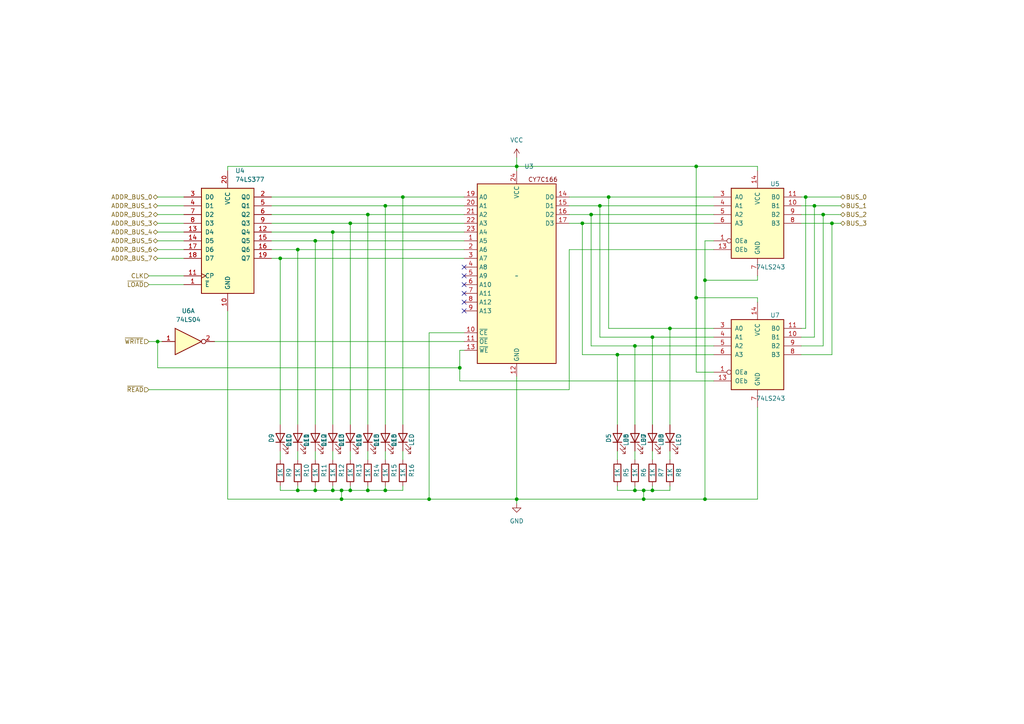
<source format=kicad_sch>
(kicad_sch (version 20230121) (generator eeschema)
  (paper "A4")
  (lib_symbols
    (symbol "74xx:74LS04"
      (property "Reference" "U" (at 0 1.27 0))
      (property "Value" "74LS04" (at 0 -1.27 0))
      (symbol "74LS04_1_0"
        (polyline (pts (xy -3.81 3.81) (xy -3.81 -3.81) (xy 3.81 0) (xy -3.81 3.81)) (stroke (width 0.254)) (fill (type background)))
        (pin input line (at -7.62 0 0) (length 3.81) (name "~") (number "1"))
        (pin output inverted (at 7.62 0 180) (length 3.81) (name "~") (number "2"))
      )
      (symbol "74LS04_2_0"
        (polyline (pts (xy -3.81 3.81) (xy -3.81 -3.81) (xy 3.81 0) (xy -3.81 3.81)) (stroke (width 0.254)) (fill (type background)))
        (pin input line (at -7.62 0 0) (length 3.81) (name "~") (number "3"))
        (pin output inverted (at 7.62 0 180) (length 3.81) (name "~") (number "4"))
      )
      (symbol "74LS04_3_0"
        (polyline (pts (xy -3.81 3.81) (xy -3.81 -3.81) (xy 3.81 0) (xy -3.81 3.81)) (stroke (width 0.254)) (fill (type background)))
        (pin input line (at -7.62 0 0) (length 3.81) (name "~") (number "5"))
        (pin output inverted (at 7.62 0 180) (length 3.81) (name "~") (number "6"))
      )
      (symbol "74LS04_4_0"
        (polyline (pts (xy -3.81 3.81) (xy -3.81 -3.81) (xy 3.81 0) (xy -3.81 3.81)) (stroke (width 0.254)) (fill (type background)))
        (pin output inverted (at 7.62 0 180) (length 3.81) (name "~") (number "8"))
        (pin input line (at -7.62 0 0) (length 3.81) (name "~") (number "9"))
      )
      (symbol "74LS04_5_0"
        (polyline (pts (xy -3.81 3.81) (xy -3.81 -3.81) (xy 3.81 0) (xy -3.81 3.81)) (stroke (width 0.254)) (fill (type background)))
        (pin output inverted (at 7.62 0 180) (length 3.81) (name "~") (number "10"))
        (pin input line (at -7.62 0 0) (length 3.81) (name "~") (number "11"))
      )
      (symbol "74LS04_6_0"
        (polyline (pts (xy -3.81 3.81) (xy -3.81 -3.81) (xy 3.81 0) (xy -3.81 3.81)) (stroke (width 0.254)) (fill (type background)))
        (pin output inverted (at 7.62 0 180) (length 3.81) (name "~") (number "12"))
        (pin input line (at -7.62 0 0) (length 3.81) (name "~") (number "13"))
      )
      (symbol "74LS04_7_0"
        (pin power_in line (at 0 12.7 270) (length 5.08) (name "VCC") (number "14"))
        (pin power_in line (at 0 -12.7 90) (length 5.08) (name "GND") (number "7"))
      )
      (symbol "74LS04_7_1"
        (rectangle (start -5.08 7.62) (end 5.08 -7.62) (stroke (width 0.254)) (fill (type background)))
      )
    )
    (symbol "74xx:74LS243" (pin_names (offset 1.016))
      (property "Reference" "U" (at -7.62 11.43 0))
      (property "Value" "74LS243" (at -7.62 -11.43 0))
      (symbol "74LS243_1_0"
        (pin input inverted (at -12.7 -5.08 0) (length 5.08) (name "OEa") (number "1"))
        (pin tri_state line (at 12.7 5.08 180) (length 5.08) (name "B1") (number "10"))
        (pin tri_state line (at 12.7 7.62 180) (length 5.08) (name "B0") (number "11"))
        (pin input line (at -12.7 -7.62 0) (length 5.08) (name "OEb") (number "13"))
        (pin power_in line (at 0 15.24 270) (length 5.08) (name "VCC") (number "14"))
        (pin input line (at -12.7 7.62 0) (length 5.08) (name "A0") (number "3"))
        (pin input line (at -12.7 5.08 0) (length 5.08) (name "A1") (number "4"))
        (pin input line (at -12.7 2.54 0) (length 5.08) (name "A2") (number "5"))
        (pin input line (at -12.7 0 0) (length 5.08) (name "A3") (number "6"))
        (pin power_in line (at 0 -15.24 90) (length 5.08) (name "GND") (number "7"))
        (pin tri_state line (at 12.7 0 180) (length 5.08) (name "B3") (number "8"))
        (pin tri_state line (at 12.7 2.54 180) (length 5.08) (name "B2") (number "9"))
      )
      (symbol "74LS243_1_1"
        (rectangle (start -7.62 10.16) (end 7.62 -10.16) (stroke (width 0.254)) (fill (type background)))
      )
    )
    (symbol "74xx:74LS377" (pin_names (offset 1.016))
      (property "Reference" "U" (at -7.62 16.51 0))
      (property "Value" "74LS377" (at -7.62 -16.51 0))
      (symbol "74LS377_1_0"
        (pin input line (at -12.7 -12.7 0) (length 5.08) (name "~{E}") (number "1"))
        (pin power_in line (at 0 -20.32 90) (length 5.08) (name "GND") (number "10"))
        (pin input clock (at -12.7 -10.16 0) (length 5.08) (name "CP") (number "11"))
        (pin output line (at 12.7 2.54 180) (length 5.08) (name "Q4") (number "12"))
        (pin input line (at -12.7 2.54 0) (length 5.08) (name "D4") (number "13"))
        (pin input line (at -12.7 0 0) (length 5.08) (name "D5") (number "14"))
        (pin output line (at 12.7 0 180) (length 5.08) (name "Q5") (number "15"))
        (pin output line (at 12.7 -2.54 180) (length 5.08) (name "Q6") (number "16"))
        (pin input line (at -12.7 -2.54 0) (length 5.08) (name "D6") (number "17"))
        (pin input line (at -12.7 -5.08 0) (length 5.08) (name "D7") (number "18"))
        (pin output line (at 12.7 -5.08 180) (length 5.08) (name "Q7") (number "19"))
        (pin output line (at 12.7 12.7 180) (length 5.08) (name "Q0") (number "2"))
        (pin power_in line (at 0 20.32 270) (length 5.08) (name "VCC") (number "20"))
        (pin input line (at -12.7 12.7 0) (length 5.08) (name "D0") (number "3"))
        (pin input line (at -12.7 10.16 0) (length 5.08) (name "D1") (number "4"))
        (pin output line (at 12.7 10.16 180) (length 5.08) (name "Q1") (number "5"))
        (pin output line (at 12.7 7.62 180) (length 5.08) (name "Q2") (number "6"))
        (pin input line (at -12.7 7.62 0) (length 5.08) (name "D2") (number "7"))
        (pin input line (at -12.7 5.08 0) (length 5.08) (name "D3") (number "8"))
        (pin output line (at 12.7 5.08 180) (length 5.08) (name "Q3") (number "9"))
      )
      (symbol "74LS377_1_1"
        (rectangle (start -7.62 15.24) (end 7.62 -15.24) (stroke (width 0.254)) (fill (type background)))
      )
    )
    (symbol "Chips:CY7C166"
      (property "Reference" "U" (at -10.16 27.94 0))
      (symbol "CY7C166_0_1"
        (rectangle (start -11.43 26.67) (end 11.43 -25.4) (stroke (width 0.254)) (fill (type background)))
      )
      (symbol "CY7C166_1_0"
        (pin power_in line (at 0 -29.21 90) (length 3.81) (name "GND") (number "12"))
        (pin power_in line (at 0 30.48 270) (length 3.81) (name "VCC") (number "24"))
      )
      (symbol "CY7C166_1_1"
        (text "CY7C166\n" (at 7.62 27.94 0) (effects (font (size 1.27 1.27))))
        (pin input line (at -15.24 10.16 0) (length 3.81) (name "A5") (number "1"))
        (pin input line (at -15.24 -16.51 0) (length 3.81) (name "~{CE}") (number "10"))
        (pin input line (at -15.24 -19.05 0) (length 3.81) (name "~{OE}") (number "11"))
        (pin input line (at -15.24 -21.59 0) (length 3.81) (name "~{WE}") (number "13"))
        (pin tri_state line (at 15.24 22.86 180) (length 3.81) (name "D0") (number "14"))
        (pin tri_state line (at 15.24 20.32 180) (length 3.81) (name "D1") (number "15"))
        (pin tri_state line (at 15.24 17.78 180) (length 3.81) (name "D2") (number "16"))
        (pin tri_state line (at 15.24 15.24 180) (length 3.81) (name "D3") (number "17"))
        (pin input line (at -15.24 22.86 0) (length 3.81) (name "A0") (number "19"))
        (pin input line (at -15.24 7.62 0) (length 3.81) (name "A6") (number "2"))
        (pin input line (at -15.24 20.32 0) (length 3.81) (name "A1") (number "20"))
        (pin input line (at -15.24 17.78 0) (length 3.81) (name "A2") (number "21"))
        (pin input line (at -15.24 15.24 0) (length 3.81) (name "A3") (number "22"))
        (pin input line (at -15.24 12.7 0) (length 3.81) (name "A4") (number "23"))
        (pin input line (at -15.24 5.08 0) (length 3.81) (name "A7") (number "3"))
        (pin input line (at -15.24 2.54 0) (length 3.81) (name "A8") (number "4"))
        (pin input line (at -15.24 0 0) (length 3.81) (name "A9") (number "5"))
        (pin input line (at -15.24 -2.54 0) (length 3.81) (name "A10") (number "6"))
        (pin input line (at -15.24 -5.08 0) (length 3.81) (name "A11") (number "7"))
        (pin input line (at -15.24 -7.62 0) (length 3.81) (name "A12") (number "8"))
        (pin input line (at -15.24 -10.16 0) (length 3.81) (name "A13") (number "9"))
      )
    )
    (symbol "Device:LED" (pin_numbers hide) (pin_names (offset 1.016) hide)
      (property "Reference" "D" (at 0 2.54 0))
      (property "Value" "LED" (at 0 -2.54 0))
      (symbol "LED_0_1"
        (polyline (pts (xy -1.27 -1.27) (xy -1.27 1.27)) (stroke (width 0.254)))
        (polyline (pts (xy -1.27 0) (xy 1.27 0)))
        (polyline (pts (xy 1.27 -1.27) (xy 1.27 1.27) (xy -1.27 0) (xy 1.27 -1.27)) (stroke (width 0.254)))
        (polyline (pts (xy -3.048 -0.762) (xy -4.572 -2.286) (xy -3.81 -2.286) (xy -4.572 -2.286) (xy -4.572 -1.524)))
        (polyline (pts (xy -1.778 -0.762) (xy -3.302 -2.286) (xy -2.54 -2.286) (xy -3.302 -2.286) (xy -3.302 -1.524)))
      )
      (symbol "LED_1_1"
        (pin passive line (at -3.81 0 0) (length 2.54) (name "K") (number "1"))
        (pin passive line (at 3.81 0 180) (length 2.54) (name "A") (number "2"))
      )
    )
    (symbol "Device:R" (pin_numbers hide) (pin_names (offset 0))
      (property "Reference" "R" (at 2.032 0 90))
      (property "Value" "R" (at 0 0 90))
      (symbol "R_0_1"
        (rectangle (start -1.016 -2.54) (end 1.016 2.54) (stroke (width 0.254)))
      )
      (symbol "R_1_1"
        (pin passive line (at 0 3.81 270) (length 1.27) (name "~") (number "1"))
        (pin passive line (at 0 -3.81 90) (length 1.27) (name "~") (number "2"))
      )
    )
    (symbol "power:GND" (power) (pin_names (offset 0))
      (property "Value" "GND" (at 0 -3.81 0))
      (symbol "GND_0_1"
        (polyline (pts (xy 0 0) (xy 0 -1.27) (xy 1.27 -1.27) (xy 0 -2.54) (xy -1.27 -1.27) (xy 0 -1.27)))
      )
      (symbol "GND_1_1"
        (pin power_in line (at 0 0 270) (length 0) hide (name "GND") (number "1"))
      )
    )
    (symbol "power:VCC" (power) (pin_names (offset 0))
      (property "Value" "VCC" (at 0 3.81 0))
      (symbol "VCC_0_1"
        (polyline (pts (xy -0.762 1.27) (xy 0 2.54)))
        (polyline (pts (xy 0 0) (xy 0 2.54)))
        (polyline (pts (xy 0 2.54) (xy 0.762 1.27)))
      )
      (symbol "VCC_1_1"
        (pin power_in line (at 0 0 90) (length 0) hide (name "VCC") (number "1"))
      )
    )
  )
  (junction (at 99.06 144.78))
  (junction (at 91.44 142.24))
  (junction (at 176.53 57.15))
  (junction (at 194.31 95.25))
  (junction (at 86.36 72.39))
  (junction (at 96.52 67.31))
  (junction (at 149.86 144.78))
  (junction (at 238.76 62.23))
  (junction (at 184.15 100.33))
  (junction (at 168.91 64.77))
  (junction (at 189.23 142.24))
  (junction (at 241.3 64.77))
  (junction (at 111.76 142.24))
  (junction (at 186.69 142.24))
  (junction (at 111.76 59.69))
  (junction (at 189.23 97.79))
  (junction (at 204.47 81.28))
  (junction (at 106.68 142.24))
  (junction (at 96.52 142.24))
  (junction (at 173.99 59.69))
  (junction (at 204.47 144.78))
  (junction (at 171.45 62.23))
  (junction (at 184.15 142.24))
  (junction (at 91.44 69.85))
  (junction (at 133.35 106.68))
  (junction (at 116.84 57.15))
  (junction (at 149.86 48.26))
  (junction (at 99.06 142.24))
  (junction (at 236.22 59.69))
  (junction (at 86.36 142.24))
  (junction (at 201.93 48.26))
  (junction (at 124.46 144.78))
  (junction (at 45.72 99.06))
  (junction (at 101.6 142.24))
  (junction (at 179.07 102.87))
  (junction (at 81.28 74.93))
  (junction (at 186.69 144.78))
  (junction (at 201.93 86.36))
  (junction (at 233.68 57.15))
  (junction (at 101.6 64.77))
  (junction (at 106.68 62.23))
  (no_connect (at 134.62 87.63))
  (no_connect (at 134.62 80.01))
  (no_connect (at 134.62 85.09))
  (no_connect (at 134.62 77.47))
  (no_connect (at 134.62 82.55))
  (no_connect (at 134.62 90.17))
  (wire (pts (xy 91.44 142.24) (xy 96.52 142.24)))
  (wire (pts (xy 134.62 96.52) (xy 124.46 96.52)))
  (wire (pts (xy 168.91 64.77) (xy 207.01 64.77)))
  (wire (pts (xy 232.41 59.69) (xy 236.22 59.69)))
  (wire (pts (xy 176.53 95.25) (xy 194.31 95.25)))
  (wire (pts (xy 124.46 96.52) (xy 124.46 144.78)))
  (wire (pts (xy 96.52 142.24) (xy 99.06 142.24)))
  (wire (pts (xy 106.68 140.97) (xy 106.68 142.24)))
  (wire (pts (xy 204.47 81.28) (xy 219.71 81.28)))
  (wire (pts (xy 45.72 67.31) (xy 53.34 67.31)))
  (wire (pts (xy 194.31 95.25) (xy 207.01 95.25)))
  (wire (pts (xy 62.23 99.06) (xy 134.62 99.06)))
  (wire (pts (xy 194.31 130.81) (xy 194.31 133.35)))
  (wire (pts (xy 186.69 142.24) (xy 186.69 144.78)))
  (wire (pts (xy 232.41 102.87) (xy 241.3 102.87)))
  (wire (pts (xy 233.68 57.15) (xy 243.84 57.15)))
  (wire (pts (xy 78.74 62.23) (xy 106.68 62.23)))
  (wire (pts (xy 78.74 57.15) (xy 116.84 57.15)))
  (wire (pts (xy 91.44 123.19) (xy 91.44 69.85)))
  (wire (pts (xy 96.52 140.97) (xy 96.52 142.24)))
  (wire (pts (xy 96.52 123.19) (xy 96.52 67.31)))
  (wire (pts (xy 66.04 48.26) (xy 66.04 49.53)))
  (wire (pts (xy 236.22 97.79) (xy 236.22 59.69)))
  (wire (pts (xy 149.86 45.72) (xy 149.86 48.26)))
  (wire (pts (xy 116.84 123.19) (xy 116.84 57.15)))
  (wire (pts (xy 207.01 69.85) (xy 204.47 69.85)))
  (wire (pts (xy 45.72 74.93) (xy 53.34 74.93)))
  (wire (pts (xy 201.93 86.36) (xy 219.71 86.36)))
  (wire (pts (xy 43.18 80.01) (xy 53.34 80.01)))
  (wire (pts (xy 78.74 72.39) (xy 86.36 72.39)))
  (wire (pts (xy 179.07 140.97) (xy 179.07 142.24)))
  (wire (pts (xy 86.36 140.97) (xy 86.36 142.24)))
  (wire (pts (xy 133.35 110.49) (xy 133.35 106.68)))
  (wire (pts (xy 204.47 69.85) (xy 204.47 81.28)))
  (wire (pts (xy 207.01 107.95) (xy 201.93 107.95)))
  (wire (pts (xy 232.41 62.23) (xy 238.76 62.23)))
  (wire (pts (xy 101.6 123.19) (xy 101.6 64.77)))
  (wire (pts (xy 45.72 57.15) (xy 53.34 57.15)))
  (wire (pts (xy 86.36 142.24) (xy 91.44 142.24)))
  (wire (pts (xy 99.06 142.24) (xy 99.06 144.78)))
  (wire (pts (xy 184.15 130.81) (xy 184.15 133.35)))
  (wire (pts (xy 45.72 62.23) (xy 53.34 62.23)))
  (wire (pts (xy 189.23 130.81) (xy 189.23 133.35)))
  (wire (pts (xy 78.74 69.85) (xy 91.44 69.85)))
  (wire (pts (xy 232.41 97.79) (xy 236.22 97.79)))
  (wire (pts (xy 149.86 144.78) (xy 186.69 144.78)))
  (wire (pts (xy 45.72 72.39) (xy 53.34 72.39)))
  (wire (pts (xy 233.68 95.25) (xy 232.41 95.25)))
  (wire (pts (xy 111.76 142.24) (xy 116.84 142.24)))
  (wire (pts (xy 101.6 140.97) (xy 101.6 142.24)))
  (wire (pts (xy 99.06 142.24) (xy 101.6 142.24)))
  (wire (pts (xy 149.86 48.26) (xy 201.93 48.26)))
  (wire (pts (xy 189.23 142.24) (xy 194.31 142.24)))
  (wire (pts (xy 184.15 142.24) (xy 186.69 142.24)))
  (wire (pts (xy 101.6 142.24) (xy 106.68 142.24)))
  (wire (pts (xy 207.01 62.23) (xy 171.45 62.23)))
  (wire (pts (xy 171.45 100.33) (xy 184.15 100.33)))
  (wire (pts (xy 81.28 130.81) (xy 81.28 133.35)))
  (wire (pts (xy 116.84 57.15) (xy 134.62 57.15)))
  (wire (pts (xy 184.15 140.97) (xy 184.15 142.24)))
  (wire (pts (xy 236.22 59.69) (xy 243.84 59.69)))
  (wire (pts (xy 91.44 140.97) (xy 91.44 142.24)))
  (wire (pts (xy 184.15 123.19) (xy 184.15 100.33)))
  (wire (pts (xy 106.68 123.19) (xy 106.68 62.23)))
  (wire (pts (xy 78.74 64.77) (xy 101.6 64.77)))
  (wire (pts (xy 45.72 64.77) (xy 53.34 64.77)))
  (wire (pts (xy 96.52 130.81) (xy 96.52 133.35)))
  (wire (pts (xy 165.1 64.77) (xy 168.91 64.77)))
  (wire (pts (xy 189.23 123.19) (xy 189.23 97.79)))
  (wire (pts (xy 91.44 69.85) (xy 134.62 69.85)))
  (wire (pts (xy 45.72 99.06) (xy 45.72 106.68)))
  (wire (pts (xy 81.28 142.24) (xy 86.36 142.24)))
  (wire (pts (xy 116.84 130.81) (xy 116.84 133.35)))
  (wire (pts (xy 81.28 140.97) (xy 81.28 142.24)))
  (wire (pts (xy 165.1 72.39) (xy 165.1 113.03)))
  (wire (pts (xy 232.41 57.15) (xy 233.68 57.15)))
  (wire (pts (xy 204.47 144.78) (xy 219.71 144.78)))
  (wire (pts (xy 111.76 130.81) (xy 111.76 133.35)))
  (wire (pts (xy 189.23 140.97) (xy 189.23 142.24)))
  (wire (pts (xy 201.93 48.26) (xy 201.93 86.36)))
  (wire (pts (xy 179.07 142.24) (xy 184.15 142.24)))
  (wire (pts (xy 186.69 144.78) (xy 204.47 144.78)))
  (wire (pts (xy 219.71 48.26) (xy 219.71 49.53)))
  (wire (pts (xy 45.72 106.68) (xy 133.35 106.68)))
  (wire (pts (xy 241.3 102.87) (xy 241.3 64.77)))
  (wire (pts (xy 232.41 64.77) (xy 241.3 64.77)))
  (wire (pts (xy 101.6 64.77) (xy 134.62 64.77)))
  (wire (pts (xy 78.74 74.93) (xy 81.28 74.93)))
  (wire (pts (xy 149.86 144.78) (xy 149.86 146.05)))
  (wire (pts (xy 173.99 97.79) (xy 189.23 97.79)))
  (wire (pts (xy 45.72 59.69) (xy 53.34 59.69)))
  (wire (pts (xy 201.93 107.95) (xy 201.93 86.36)))
  (wire (pts (xy 173.99 97.79) (xy 173.99 59.69)))
  (wire (pts (xy 133.35 106.68) (xy 133.35 101.6)))
  (wire (pts (xy 207.01 110.49) (xy 133.35 110.49)))
  (wire (pts (xy 43.18 82.55) (xy 53.34 82.55)))
  (wire (pts (xy 194.31 95.25) (xy 194.31 123.19)))
  (wire (pts (xy 179.07 130.81) (xy 179.07 133.35)))
  (wire (pts (xy 81.28 74.93) (xy 134.62 74.93)))
  (wire (pts (xy 176.53 57.15) (xy 176.53 95.25)))
  (wire (pts (xy 189.23 97.79) (xy 207.01 97.79)))
  (wire (pts (xy 168.91 102.87) (xy 168.91 64.77)))
  (wire (pts (xy 99.06 144.78) (xy 66.04 144.78)))
  (wire (pts (xy 238.76 62.23) (xy 238.76 100.33)))
  (wire (pts (xy 219.71 118.11) (xy 219.71 144.78)))
  (wire (pts (xy 111.76 123.19) (xy 111.76 59.69)))
  (wire (pts (xy 46.99 99.06) (xy 45.72 99.06)))
  (wire (pts (xy 194.31 142.24) (xy 194.31 140.97)))
  (wire (pts (xy 238.76 100.33) (xy 232.41 100.33)))
  (wire (pts (xy 219.71 86.36) (xy 219.71 87.63)))
  (wire (pts (xy 204.47 81.28) (xy 204.47 144.78)))
  (wire (pts (xy 124.46 144.78) (xy 99.06 144.78)))
  (wire (pts (xy 165.1 57.15) (xy 176.53 57.15)))
  (wire (pts (xy 111.76 59.69) (xy 134.62 59.69)))
  (wire (pts (xy 101.6 130.81) (xy 101.6 133.35)))
  (wire (pts (xy 81.28 123.19) (xy 81.28 74.93)))
  (wire (pts (xy 186.69 142.24) (xy 189.23 142.24)))
  (wire (pts (xy 238.76 62.23) (xy 243.84 62.23)))
  (wire (pts (xy 233.68 57.15) (xy 233.68 95.25)))
  (wire (pts (xy 43.18 113.03) (xy 165.1 113.03)))
  (wire (pts (xy 207.01 72.39) (xy 165.1 72.39)))
  (wire (pts (xy 184.15 100.33) (xy 207.01 100.33)))
  (wire (pts (xy 78.74 67.31) (xy 96.52 67.31)))
  (wire (pts (xy 201.93 48.26) (xy 219.71 48.26)))
  (wire (pts (xy 171.45 62.23) (xy 171.45 100.33)))
  (wire (pts (xy 45.72 69.85) (xy 53.34 69.85)))
  (wire (pts (xy 165.1 59.69) (xy 173.99 59.69)))
  (wire (pts (xy 78.74 59.69) (xy 111.76 59.69)))
  (wire (pts (xy 173.99 59.69) (xy 207.01 59.69)))
  (wire (pts (xy 165.1 62.23) (xy 171.45 62.23)))
  (wire (pts (xy 179.07 102.87) (xy 179.07 123.19)))
  (wire (pts (xy 116.84 142.24) (xy 116.84 140.97)))
  (wire (pts (xy 91.44 130.81) (xy 91.44 133.35)))
  (wire (pts (xy 86.36 72.39) (xy 86.36 123.19)))
  (wire (pts (xy 43.18 99.06) (xy 45.72 99.06)))
  (wire (pts (xy 149.86 48.26) (xy 66.04 48.26)))
  (wire (pts (xy 106.68 142.24) (xy 111.76 142.24)))
  (wire (pts (xy 106.68 62.23) (xy 134.62 62.23)))
  (wire (pts (xy 207.01 102.87) (xy 179.07 102.87)))
  (wire (pts (xy 66.04 144.78) (xy 66.04 90.17)))
  (wire (pts (xy 241.3 64.77) (xy 243.84 64.77)))
  (wire (pts (xy 111.76 140.97) (xy 111.76 142.24)))
  (wire (pts (xy 207.01 57.15) (xy 176.53 57.15)))
  (wire (pts (xy 133.35 101.6) (xy 134.62 101.6)))
  (wire (pts (xy 149.86 48.26) (xy 149.86 49.53)))
  (wire (pts (xy 86.36 130.81) (xy 86.36 133.35)))
  (wire (pts (xy 179.07 102.87) (xy 168.91 102.87)))
  (wire (pts (xy 149.86 109.22) (xy 149.86 144.78)))
  (wire (pts (xy 86.36 72.39) (xy 134.62 72.39)))
  (wire (pts (xy 96.52 67.31) (xy 134.62 67.31)))
  (wire (pts (xy 124.46 144.78) (xy 149.86 144.78)))
  (wire (pts (xy 106.68 130.81) (xy 106.68 133.35)))
  (wire (pts (xy 219.71 81.28) (xy 219.71 80.01)))
  (hierarchical_label "BUS_0" (shape bidirectional) (at 243.84 57.15 0))
  (hierarchical_label "ADDR_BUS_7" (shape bidirectional) (at 45.72 74.93 180))
  (hierarchical_label "BUS_1" (shape bidirectional) (at 243.84 59.69 0))
  (hierarchical_label "ADDR_BUS_1" (shape bidirectional) (at 45.72 59.69 180))
  (hierarchical_label "ADDR_BUS_2" (shape bidirectional) (at 45.72 62.23 180))
  (hierarchical_label "BUS_2" (shape bidirectional) (at 243.84 62.23 0))
  (hierarchical_label "ADDR_BUS_0" (shape bidirectional) (at 45.72 57.15 180))
  (hierarchical_label "ADDR_BUS_3" (shape bidirectional) (at 45.72 64.77 180))
  (hierarchical_label "~{WRITE}" (shape input) (at 43.18 99.06 180))
  (hierarchical_label "ADDR_BUS_5" (shape bidirectional) (at 45.72 69.85 180))
  (hierarchical_label "CLK" (shape input) (at 43.18 80.01 180))
  (hierarchical_label "ADDR_BUS_4" (shape bidirectional) (at 45.72 67.31 180))
  (hierarchical_label "~{READ}" (shape input) (at 43.18 113.03 180))
  (hierarchical_label "BUS_3" (shape bidirectional) (at 243.84 64.77 0))
  (hierarchical_label "ADDR_BUS_6" (shape bidirectional) (at 45.72 72.39 180))
  (hierarchical_label "~{LOAD}" (shape input) (at 43.18 82.55 180))
  (symbol (lib_id "Device:R") (at 194.31 137.16 0) (unit 1)
    (property "Reference" "R8" (at 196.85 138.43 90) (effects (justify left)))
    (property "Value" "1K" (at 194.31 138.43 90) (effects (justify left)))
  )
  (symbol (lib_id "Device:LED") (at 194.31 127 90) (unit 1)
    (property "Reference" "D8" (at 191.77 125.73 0) (effects (justify right)))
    (property "Value" "LED" (at 196.85 125.73 0) (effects (justify right)))
  )
  (symbol (lib_id "74xx:74LS04") (at 54.61 99.06 0) (unit 1)
    (property "Reference" "U6" (at 54.61 90.17 0))
    (property "Value" "74LS04" (at 54.61 92.71 0))
    (property "Datasheet" "http://www.ti.com/lit/gpn/sn74LS04" (effects hide))
  )
  (symbol (lib_id "Device:R") (at 106.68 137.16 0) (unit 1)
    (property "Reference" "R14" (at 109.22 138.43 90) (effects (justify left)))
    (property "Value" "1K" (at 106.68 138.43 90) (effects (justify left)))
  )
  (symbol (lib_id "Device:LED") (at 81.28 127 90) (unit 1)
    (property "Reference" "D9" (at 78.74 125.73 0) (effects (justify right)))
    (property "Value" "LED" (at 83.82 125.73 0) (effects (justify right)))
  )
  (symbol (lib_id "74xx:74LS377") (at 66.04 69.85 0) (unit 1)
    (property "Reference" "U4" (at 68.2341 49.53 0) (effects (justify left)))
    (property "Value" "74LS377" (at 68.2341 52.07 0) (effects (justify left)))
    (property "Datasheet" "http://www.ti.com/lit/gpn/sn74LS377" (effects hide))
  )
  (symbol (lib_id "power:GND") (at 149.86 146.05 0) (unit 1)
    (property "Reference" "#PWR04" (effects hide))
    (property "Value" "GND" (at 149.86 151.13 0))
  )
  (symbol (lib_id "Device:R") (at 91.44 137.16 0) (unit 1)
    (property "Reference" "R11" (at 93.98 138.43 90) (effects (justify left)))
    (property "Value" "1K" (at 91.44 138.43 90) (effects (justify left)))
  )
  (symbol (lib_id "Device:LED") (at 116.84 127 90) (unit 1)
    (property "Reference" "D16" (at 114.3 125.73 0) (effects (justify right)))
    (property "Value" "LED" (at 119.38 125.73 0) (effects (justify right)))
  )
  (symbol (lib_id "Device:LED") (at 91.44 127 90) (unit 1)
    (property "Reference" "D11" (at 88.9 125.73 0) (effects (justify right)))
    (property "Value" "LED" (at 93.98 125.73 0) (effects (justify right)))
  )
  (symbol (lib_id "Chips:CY7C166") (at 149.86 80.01 0) (unit 1)
    (property "Reference" "U3" (at 152.0541 48.26 0) (effects (justify left)))
    (property "Value" "~" (at 149.86 80.01 0))
  )
  (symbol (lib_id "Device:R") (at 101.6 137.16 0) (unit 1)
    (property "Reference" "R13" (at 104.14 138.43 90) (effects (justify left)))
    (property "Value" "1K" (at 101.6 138.43 90) (effects (justify left)))
  )
  (symbol (lib_id "Device:LED") (at 86.36 127 90) (unit 1)
    (property "Reference" "D10" (at 83.82 125.73 0) (effects (justify right)))
    (property "Value" "LED" (at 88.9 125.73 0) (effects (justify right)))
  )
  (symbol (lib_id "power:VCC") (at 149.86 45.72 0) (unit 1)
    (property "Reference" "#PWR03" (effects hide))
    (property "Value" "VCC" (at 149.86 40.64 0))
  )
  (symbol (lib_id "Device:R") (at 179.07 137.16 0) (unit 1)
    (property "Reference" "R5" (at 181.61 138.43 90) (effects (justify left)))
    (property "Value" "1K" (at 179.07 138.43 90) (effects (justify left)))
  )
  (symbol (lib_id "Device:R") (at 184.15 137.16 0) (unit 1)
    (property "Reference" "R6" (at 186.69 138.43 90) (effects (justify left)))
    (property "Value" "1K" (at 184.15 138.43 90) (effects (justify left)))
  )
  (symbol (lib_id "Device:R") (at 116.84 137.16 0) (unit 1)
    (property "Reference" "R16" (at 119.38 138.43 90) (effects (justify left)))
    (property "Value" "1K" (at 116.84 138.43 90) (effects (justify left)))
  )
  (symbol (lib_id "74xx:74LS243") (at 219.71 102.87 0) (unit 1)
    (property "Reference" "U7" (at 224.79 91.44 0))
    (property "Value" "74LS243" (at 223.52 115.57 0))
    (property "Datasheet" "http://www.ti.com/lit/gpn/sn74LS243" (effects hide))
  )
  (symbol (lib_id "Device:R") (at 96.52 137.16 0) (unit 1)
    (property "Reference" "R12" (at 99.06 138.43 90) (effects (justify left)))
    (property "Value" "1K" (at 96.52 138.43 90) (effects (justify left)))
  )
  (symbol (lib_id "Device:LED") (at 184.15 127 90) (unit 1)
    (property "Reference" "D6" (at 181.61 125.73 0) (effects (justify right)))
    (property "Value" "LED" (at 186.69 125.73 0) (effects (justify right)))
  )
  (symbol (lib_id "Device:LED") (at 106.68 127 90) (unit 1)
    (property "Reference" "D14" (at 104.14 125.73 0) (effects (justify right)))
    (property "Value" "LED" (at 109.22 125.73 0) (effects (justify right)))
  )
  (symbol (lib_id "Device:R") (at 86.36 137.16 0) (unit 1)
    (property "Reference" "R10" (at 88.9 138.43 90) (effects (justify left)))
    (property "Value" "1K" (at 86.36 138.43 90) (effects (justify left)))
  )
  (symbol (lib_id "Device:R") (at 189.23 137.16 0) (unit 1)
    (property "Reference" "R7" (at 191.77 138.43 90) (effects (justify left)))
    (property "Value" "1K" (at 189.23 138.43 90) (effects (justify left)))
  )
  (symbol (lib_id "Device:LED") (at 96.52 127 90) (unit 1)
    (property "Reference" "D12" (at 93.98 125.73 0) (effects (justify right)))
    (property "Value" "LED" (at 99.06 125.73 0) (effects (justify right)))
  )
  (symbol (lib_id "Device:LED") (at 111.76 127 90) (unit 1)
    (property "Reference" "D15" (at 109.22 125.73 0) (effects (justify right)))
    (property "Value" "LED" (at 114.3 125.73 0) (effects (justify right)))
  )
  (symbol (lib_id "Device:LED") (at 179.07 127 90) (unit 1)
    (property "Reference" "D5" (at 176.53 125.73 0) (effects (justify right)))
    (property "Value" "LED" (at 181.61 125.73 0) (effects (justify right)))
  )
  (symbol (lib_id "Device:R") (at 111.76 137.16 0) (unit 1)
    (property "Reference" "R15" (at 114.3 138.43 90) (effects (justify left)))
    (property "Value" "1K" (at 111.76 138.43 90) (effects (justify left)))
  )
  (symbol (lib_id "Device:LED") (at 189.23 127 90) (unit 1)
    (property "Reference" "D7" (at 186.69 125.73 0) (effects (justify right)))
    (property "Value" "LED" (at 191.77 125.73 0) (effects (justify right)))
  )
  (symbol (lib_id "Device:LED") (at 101.6 127 90) (unit 1)
    (property "Reference" "D13" (at 99.06 125.73 0) (effects (justify right)))
    (property "Value" "LED" (at 104.14 125.73 0) (effects (justify right)))
  )
  (symbol (lib_id "74xx:74LS243") (at 219.71 64.77 0) (unit 1)
    (property "Reference" "U5" (at 224.79 53.34 0))
    (property "Value" "74LS243" (at 223.52 77.47 0))
    (property "Datasheet" "http://www.ti.com/lit/gpn/sn74LS243" (effects hide))
  )
  (symbol (lib_id "Device:R") (at 81.28 137.16 0) (unit 1)
    (property "Reference" "R9" (at 83.82 138.43 90) (effects (justify left)))
    (property "Value" "1K" (at 81.28 138.43 90) (effects (justify left)))
  )
)
</source>
